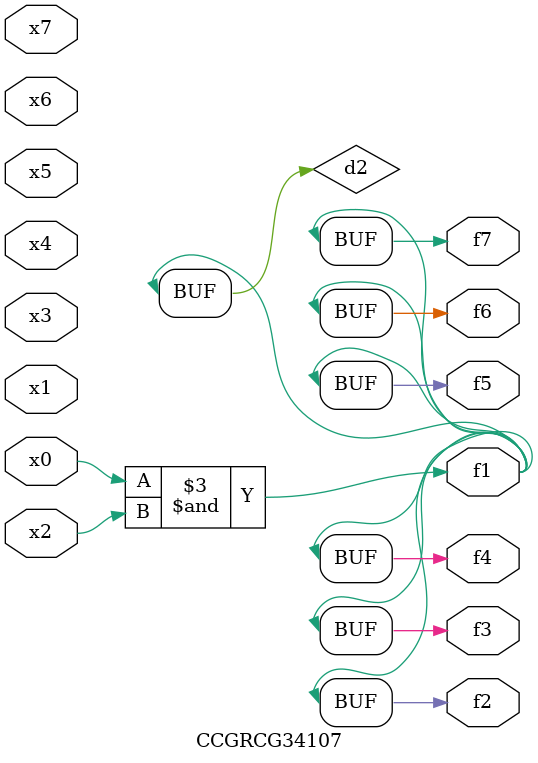
<source format=v>
module CCGRCG34107(
	input x0, x1, x2, x3, x4, x5, x6, x7,
	output f1, f2, f3, f4, f5, f6, f7
);

	wire d1, d2;

	nor (d1, x3, x6);
	and (d2, x0, x2);
	assign f1 = d2;
	assign f2 = d2;
	assign f3 = d2;
	assign f4 = d2;
	assign f5 = d2;
	assign f6 = d2;
	assign f7 = d2;
endmodule

</source>
